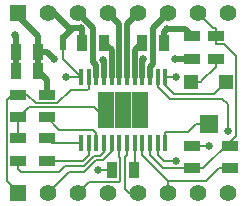
<source format=gtl>
G04 (created by PCBNEW-RS274X (2012-01-19 BZR 3256)-stable) date 29/09/2012 13:07:08*
G01*
G70*
G90*
%MOIN*%
G04 Gerber Fmt 3.4, Leading zero omitted, Abs format*
%FSLAX34Y34*%
G04 APERTURE LIST*
%ADD10C,0.006000*%
%ADD11R,0.063000X0.059100*%
%ADD12R,0.047200X0.047200*%
%ADD13R,0.055000X0.035000*%
%ADD14R,0.035000X0.055000*%
%ADD15R,0.055000X0.055000*%
%ADD16C,0.055000*%
%ADD17R,0.057100X0.059100*%
%ADD18R,0.016500X0.057900*%
%ADD19R,0.019700X0.019700*%
%ADD20C,0.025000*%
%ADD21C,0.019000*%
G04 APERTURE END LIST*
G54D10*
G54D11*
X06850Y02800D03*
G54D12*
X07421Y04178D03*
X06279Y04178D03*
G54D13*
X06300Y02075D03*
X06300Y01325D03*
G54D14*
X03375Y05500D03*
X02625Y05500D03*
X04625Y05500D03*
X05375Y05500D03*
X03625Y01250D03*
X04375Y01250D03*
G54D13*
X00500Y03775D03*
X00500Y03025D03*
X07550Y02075D03*
X07550Y01325D03*
X07100Y05725D03*
X07100Y04975D03*
X01450Y03025D03*
X01450Y03775D03*
G54D14*
X00425Y05200D03*
X01175Y05200D03*
G54D13*
X01450Y02325D03*
X01450Y01575D03*
X06300Y05725D03*
X06300Y04975D03*
G54D14*
X00425Y04550D03*
X01175Y04550D03*
G54D13*
X00500Y01575D03*
X00500Y02325D03*
G54D15*
X00500Y06500D03*
G54D16*
X01500Y06500D03*
X02500Y06500D03*
X03500Y06500D03*
X04500Y06500D03*
X05500Y06500D03*
X06500Y06500D03*
X07500Y06500D03*
G54D15*
X00500Y00500D03*
G54D16*
X01500Y00500D03*
X02500Y00500D03*
X03500Y00500D03*
X04500Y00500D03*
X05500Y00500D03*
X06500Y00500D03*
X07500Y00500D03*
G54D17*
X04571Y02954D03*
X04000Y02954D03*
X03429Y02954D03*
X03429Y03545D03*
G54D18*
X03872Y02148D03*
X04128Y02148D03*
X04384Y02148D03*
X04640Y02148D03*
X03108Y04350D03*
X03104Y02148D03*
X03360Y02148D03*
X03616Y02148D03*
X04896Y04352D03*
X04640Y04352D03*
X04384Y04352D03*
X04128Y04352D03*
X03872Y04352D03*
X03616Y04352D03*
X04896Y02148D03*
X03360Y04350D03*
X02848Y02148D03*
X05152Y02148D03*
X05152Y04352D03*
X02848Y04352D03*
X02593Y02148D03*
X05407Y02148D03*
X05407Y04352D03*
X02593Y04352D03*
G54D17*
X04000Y03545D03*
X04571Y03545D03*
G54D19*
X02000Y05351D03*
X02000Y05647D03*
G54D20*
X07500Y02550D03*
X05750Y01550D03*
X01700Y04950D03*
X04670Y04950D03*
X03330Y04940D03*
X05740Y04950D03*
X02100Y04350D03*
X03170Y01260D03*
X05760Y04350D03*
X06860Y02060D03*
X00400Y05750D03*
X05470Y05970D03*
X02590Y05980D03*
G54D21*
X04128Y06128D02*
X04500Y06500D01*
X04128Y04352D02*
X04128Y06128D01*
X05000Y06000D02*
X05500Y06500D01*
X05000Y04810D02*
X05000Y06000D01*
X04896Y04352D02*
X04896Y04706D01*
X04896Y04706D02*
X05000Y04810D01*
X03872Y06128D02*
X03500Y06500D01*
X03872Y04352D02*
X03872Y06128D01*
X03108Y04752D02*
X03108Y04350D01*
X03000Y04860D02*
X03108Y04752D01*
X03000Y06000D02*
X03000Y04860D01*
X02500Y06500D02*
X03000Y06000D01*
G54D10*
X07000Y03640D02*
X07310Y03640D01*
X05152Y04038D02*
X05550Y03640D01*
X05550Y03640D02*
X07000Y03640D01*
X05152Y04352D02*
X05152Y04038D01*
X07500Y03450D02*
X07500Y02550D01*
X07310Y03640D02*
X07500Y03450D01*
X02848Y03970D02*
X02808Y03930D01*
X02848Y04352D02*
X02848Y03970D01*
X02808Y03930D02*
X02260Y03930D01*
X01090Y03480D02*
X00795Y03775D01*
X00795Y03775D02*
X00500Y03775D01*
X01810Y03480D02*
X01090Y03480D01*
X02260Y03930D02*
X01810Y03480D01*
X00120Y00880D02*
X00500Y00500D01*
X00120Y03610D02*
X00120Y00880D01*
X00500Y03775D02*
X00285Y03775D01*
X00285Y03775D02*
X00120Y03610D01*
X02185Y01185D02*
X01500Y00500D01*
X02685Y01185D02*
X02185Y01185D01*
X03100Y01600D02*
X02685Y01185D01*
X03320Y01600D02*
X03100Y01600D01*
X03616Y01896D02*
X03320Y01600D01*
X03616Y02148D02*
X03616Y01896D01*
X03872Y02148D02*
X03872Y01770D01*
X03900Y00900D02*
X03870Y00870D01*
X03872Y01770D02*
X03872Y01766D01*
X03900Y01670D02*
X03900Y00900D01*
X03870Y00870D02*
X02870Y00870D01*
X02870Y00870D02*
X02500Y00500D01*
X03872Y01770D02*
X03872Y01698D01*
X03872Y01698D02*
X03900Y01670D01*
X05152Y02148D02*
X05152Y01748D01*
X05350Y01550D02*
X05750Y01550D01*
X05152Y01748D02*
X05350Y01550D01*
G54D21*
X01175Y04561D02*
X01175Y04556D01*
X01175Y04551D02*
X01450Y04276D01*
X03330Y04940D02*
X03360Y04910D01*
X01175Y04571D02*
X01175Y04561D01*
X01175Y04556D02*
X01175Y04561D01*
X01175Y04711D02*
X01175Y04631D01*
X04640Y04352D02*
X04640Y04920D01*
X01175Y04631D02*
X01175Y04711D01*
X01175Y04872D02*
X01175Y04711D01*
X01175Y04711D02*
X01175Y04872D01*
X01175Y04551D02*
X01175Y04550D01*
X01175Y04552D02*
X01175Y04551D01*
X01175Y04551D02*
X01175Y04552D01*
X01175Y04550D02*
X01175Y04551D01*
X01175Y04552D02*
X01175Y04553D01*
X01175Y04553D02*
X01175Y04552D01*
X01175Y04556D02*
X01175Y04553D01*
X01175Y04553D02*
X01175Y04556D01*
X01450Y04276D02*
X01450Y03775D01*
X01175Y04631D02*
X01175Y04591D01*
X01175Y04561D02*
X01175Y04571D01*
X05765Y04975D02*
X06300Y04975D01*
X01175Y04591D02*
X01175Y04631D01*
X03360Y04910D02*
X03360Y04350D01*
X01175Y04571D02*
X01175Y04591D01*
X05740Y04950D02*
X05765Y04975D01*
X01450Y05200D02*
X01175Y05200D01*
X01700Y04950D02*
X01450Y05200D01*
X01175Y05725D02*
X01175Y05200D01*
X00500Y06400D02*
X01175Y05725D01*
X00500Y06500D02*
X00500Y06400D01*
X01175Y05200D02*
X01175Y04872D01*
X01175Y04872D02*
X01175Y05200D01*
X04640Y04920D02*
X04670Y04950D01*
X01175Y04591D02*
X01175Y04571D01*
G54D10*
X04104Y01744D02*
X04070Y01710D01*
X04106Y01744D02*
X04104Y01744D01*
X04128Y01766D02*
X04106Y01744D01*
X04128Y02148D02*
X04128Y01766D01*
X04210Y00500D02*
X04500Y00500D01*
X04070Y01710D02*
X04070Y00640D01*
X04070Y00640D02*
X04210Y00500D01*
X07182Y01325D02*
X06751Y00894D01*
X07550Y01325D02*
X07182Y01325D01*
X05510Y00894D02*
X05510Y00510D01*
X06751Y00894D02*
X05510Y00894D01*
X05510Y00894D02*
X05500Y00894D01*
X04640Y01754D02*
X04640Y02148D01*
X05510Y00510D02*
X05500Y00500D01*
X05500Y00894D02*
X04640Y01754D01*
X05407Y04352D02*
X05407Y04093D01*
X00525Y03025D02*
X00850Y03350D01*
X03625Y01250D02*
X03180Y01250D01*
X03180Y01250D02*
X03170Y01260D01*
X00500Y03025D02*
X00525Y03025D01*
X03033Y03350D02*
X03429Y02954D01*
X05758Y04352D02*
X05760Y04350D01*
X05407Y04352D02*
X05758Y04352D01*
X06300Y02075D02*
X06845Y02075D01*
X00850Y03350D02*
X03033Y03350D01*
X07043Y03800D02*
X07421Y04178D01*
X05700Y03800D02*
X07043Y03800D01*
X05407Y04093D02*
X05700Y03800D01*
X02000Y04945D02*
X02593Y04352D01*
X00500Y02325D02*
X00500Y03025D01*
X02000Y05351D02*
X02000Y04945D01*
X02593Y04352D02*
X02102Y04352D01*
X02102Y04352D02*
X02100Y04350D01*
X06845Y02075D02*
X06860Y02060D01*
G54D21*
X02000Y05647D02*
X02000Y05351D01*
X02625Y05945D02*
X02590Y05980D01*
X00425Y05200D02*
X00425Y04550D01*
X00425Y05200D02*
X00425Y04550D01*
X02625Y05500D02*
X02625Y05945D01*
X00425Y05725D02*
X00425Y05200D01*
X01680Y06500D02*
X02180Y06000D01*
X02180Y06000D02*
X02570Y06000D01*
X01500Y06500D02*
X01680Y06500D01*
X02333Y05980D02*
X02000Y05647D01*
X05375Y05875D02*
X05375Y05500D01*
X05470Y05970D02*
X05375Y05875D01*
X02570Y06000D02*
X02590Y05980D01*
X05470Y05970D02*
X06055Y05970D01*
X00400Y05750D02*
X00425Y05725D01*
X02590Y05980D02*
X02333Y05980D01*
X06055Y05970D02*
X06300Y05725D01*
G54D10*
X05407Y02148D02*
X05407Y02531D01*
X06173Y02531D02*
X06442Y02800D01*
X05407Y02531D02*
X06173Y02531D01*
X06850Y02800D02*
X06442Y02800D01*
X06279Y04178D02*
X06608Y04178D01*
X06608Y04215D02*
X06608Y04178D01*
X07100Y04707D02*
X06608Y04215D01*
X07100Y04975D02*
X07100Y04707D01*
X04384Y02148D02*
X04384Y01259D01*
X04384Y01259D02*
X04375Y01250D01*
X01850Y01200D02*
X00607Y01200D01*
X00607Y01200D02*
X00500Y01307D01*
X00500Y01575D02*
X00500Y01307D01*
X02700Y01400D02*
X02050Y01400D01*
X02050Y01400D02*
X01850Y01200D01*
X03030Y01730D02*
X02700Y01400D01*
X03230Y01730D02*
X03030Y01730D01*
X03360Y01860D02*
X03230Y01730D01*
X03360Y02148D02*
X03360Y01860D01*
G54D21*
X04384Y05259D02*
X04625Y05500D01*
X04384Y04352D02*
X04384Y05259D01*
G54D10*
X02593Y02148D02*
X01627Y02148D01*
X01627Y02148D02*
X01450Y02325D01*
X02672Y01575D02*
X01450Y01575D01*
X02848Y01751D02*
X02672Y01575D01*
X02848Y02148D02*
X02848Y01751D01*
X03104Y02148D02*
X03104Y02470D01*
X03104Y02496D02*
X03000Y02600D01*
X03104Y02470D02*
X03104Y02471D01*
X03000Y02600D02*
X01875Y02600D01*
X01875Y02600D02*
X01450Y03025D01*
X03104Y02470D02*
X03104Y02496D01*
G54D21*
X03616Y05259D02*
X03375Y05500D01*
X03616Y04352D02*
X03616Y05259D01*
G54D10*
X04896Y02148D02*
X04896Y01766D01*
X04896Y01766D02*
X05337Y01325D01*
X07007Y05993D02*
X07100Y05993D01*
X06500Y06500D02*
X07007Y05993D01*
X07100Y05725D02*
X07100Y05993D01*
X05337Y01325D02*
X06300Y01325D01*
X07100Y05725D02*
X07100Y05457D01*
X07550Y02209D02*
X07751Y02410D01*
X07751Y02410D02*
X07751Y05074D01*
X06668Y01327D02*
X07550Y02209D01*
X06668Y01325D02*
X06668Y01327D01*
X07368Y05457D02*
X07100Y05457D01*
X07751Y05074D02*
X07368Y05457D01*
X06300Y01325D02*
X06668Y01325D01*
X07550Y02075D02*
X07550Y02209D01*
M02*

</source>
